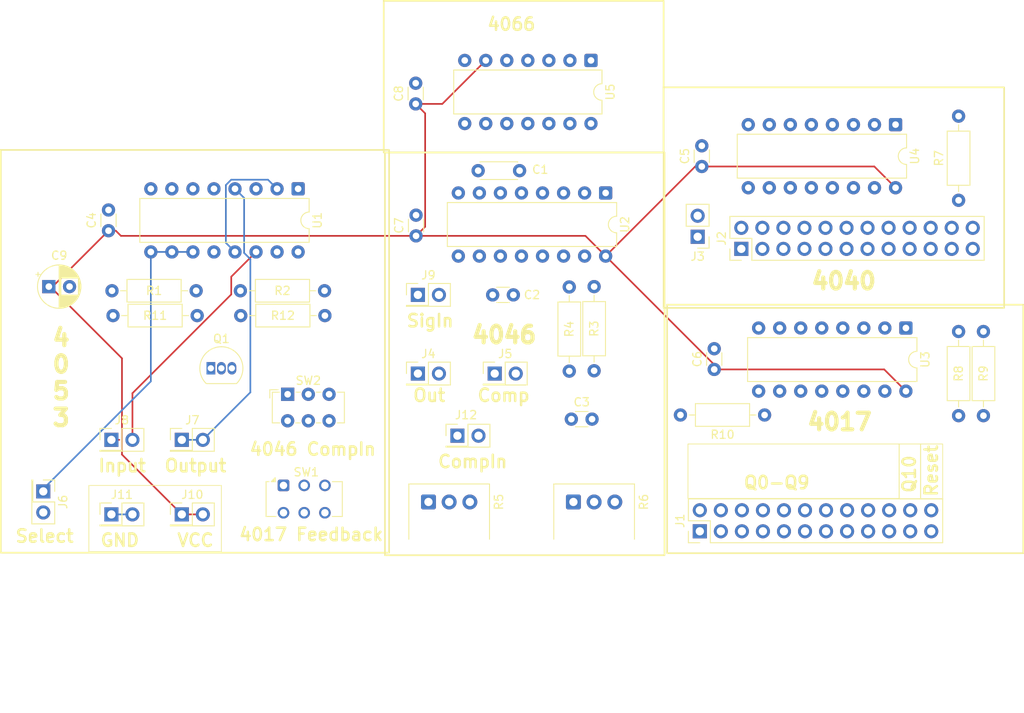
<source format=kicad_pcb>
(kicad_pcb (version 20241229) (generator "pcbnew") (generator_version "9.0")
  (layers (0 "F.Cu" signal) (2 "B.Cu" signal) (13 "F.Paste" user) (15 "B.Paste" user) (5 "F.SilkS" user "F.Silkscreen") (7 "B.SilkS" user "B.Silkscreen") (1 "F.Mask" user) (3 "B.Mask" user) (25 "Edge.Cuts" user))
  (net 0 "")
  (net 1 "Net-(U1-INH)")
  (net 2 "GND")
  (net 3 "Net-(U2-SigIn)")
  (net 4 "Net-(C3-Pad2)")
  (net 5 "/4040/Clock")
  (net 6 "/4040/Reset")
  (net 8 "/4046/SigIn")
  (net 9 "Net-(U2-C2)")
  (net 10 "Net-(U2-C1)")
  (net 11 "/4046/Comp")
  (net 12 "/4053/Select")
  (net 13 "Net-(U2-Inh)")
  (net 14 "Net-(U2-R1)")
  (net 17 "Net-(U2-VCOin)")
  (net 21 "VCC")
  (net 22 "Net-(U2-PC2)")
  (net 23 "/4017/Reset")
  (net 24 "/4017/ClockEnable")
  (net 25 "/4017/Clock")
  (net 26 "/4053/A")
  (net 27 "/4053/C")
  (net 28 "VDD")
  (net 29 "/4053/B")
  (net 30 "/4053/B1")
  (net 31 "/4017/Q1")
  (net 32 "/4017/Q2")
  (net 33 "/4017/Q6")
  (net 34 "/4017/Q7")
  (net 35 "/4017/Q8")
  (net 36 "/4017/Q0")
  (net 37 "/4017/Q5")
  (net 38 "/4017/Q3")
  (net 39 "/4017/Q4")
  (net 40 "/4017/Q10")
  (net 41 "/4017/Q9")
  (net 42 "/4040/Q0")
  (net 43 "/4040/Q11")
  (net 44 "/4040/Q7")
  (net 45 "/4040/Q3")
  (net 46 "/4040/Q9")
  (net 47 "/4040/Q4")
  (net 48 "/4040/Q8")
  (net 49 "/4040/Q5")
  (net 50 "/4040/Q1")
  (net 51 "/4040/Q2")
  (net 52 "/4040/Q6")
  (net 53 "/4040/Q10")
  (net 55 "Net-(Q1-C)")
  (net 56 "/4066/Aen")
  (net 57 "Net-(Q1-B)")
  (net 58 "/4066/B2")
  (net 59 "/4066/Ben")
  (net 60 "/4066/B1")
  (net 61 "/4066/A2")
  (net 62 "/4066/A1")
  (footprint "Capacitor_THT:C_Disc_D4.3mm_W1.9mm_P5.00mm" (layer "F.Cu") (at 151 99.5 180)
    (property "Reference" "C1" (at -2.5 0.125 0) (layer "F.SilkS"))
    (property "Value" "C1")
    (pad "1" thru_hole circle (at 0 0 180) (size 1.6 1.6) (drill 0.8) (layers "*.Cu" "*.Mask") (net 10 "Net-(U2-C1)"))
    (pad "2" thru_hole circle (at 5 0 180) (size 1.6 1.6) (drill 0.8) (layers "*.Cu" "*.Mask") (net 9 "Net-(U2-C2)"))
  )
  (footprint "Connector_PinHeader_2.54mm:PinHeader_2x01_P2.54mm_Vertical" (layer "F.Cu") (at 110.225 141)
    (property "Reference" "J10" (at 1.27 -2.38 0) (layer "F.SilkS"))
    (property "Value" "VCC")
    (pad "1" thru_hole rect (at 0 0) (size 1.7 1.7) (drill 1) (layers "*.Cu" "*.Mask") (net 21 "VCC"))
    (pad "2" thru_hole circle (at 2.54 0) (size 1.7 1.7) (drill 1) (layers "*.Cu" "*.Mask") (net 21 "VCC"))
  )
  (footprint "Package_DIP:DIP-14_W7.62mm" (layer "F.Cu") (at 159.62 86.195 -90)
    (property "Reference" "U5" (at 3.81 -2.33 90) (layer "F.SilkS"))
    (property "Value" "CD4066BE")
    (pad "1" thru_hole roundrect (at 0 0 270) (size 1.6 1.6) (drill 0.8) (layers "*.Cu" "*.Mask") (roundrect_rratio 0.15625) (net 62 "/4066/A1"))
    (pad "2" thru_hole circle (at 0 2.54 270) (size 1.6 1.6) (drill 0.8) (layers "*.Cu" "*.Mask") (net 61 "/4066/A2"))
    (pad "3" thru_hole circle (at 0 5.08 270) (size 1.6 1.6) (drill 0.8) (layers "*.Cu" "*.Mask") (net 58 "/4066/B2"))
    (pad "4" thru_hole circle (at 0 7.62 270) (size 1.6 1.6) (drill 0.8) (layers "*.Cu" "*.Mask") (net 60 "/4066/B1"))
    (pad "5" thru_hole circle (at 0 10.16 270) (size 1.6 1.6) (drill 0.8) (layers "*.Cu" "*.Mask") (net 59 "/4066/Ben"))
    (pad "6" thru_hole circle (at 0 12.7 270) (size 1.6 1.6) (drill 0.8) (layers "*.Cu" "*.Mask") (net 21 "VCC"))
    (pad "7" thru_hole circle (at 0 15.24 270) (size 1.6 1.6) (drill 0.8) (layers "*.Cu" "*.Mask") (net 2 "GND"))
    (pad "8" thru_hole circle (at 7.62 15.24 270) (size 1.6 1.6) (drill 0.8) (layers "*.Cu" "*.Mask") (net 30 "/4053/B1"))
    (pad "9" thru_hole circle (at 7.62 12.7 270) (size 1.6 1.6) (drill 0.8) (layers "*.Cu" "*.Mask") (net 51 "/4040/Q2"))
    (pad "10" thru_hole circle (at 7.62 10.16 270) (size 1.6 1.6) (drill 0.8) (layers "*.Cu" "*.Mask") (net 25 "/4017/Clock"))
    (pad "11" thru_hole circle (at 7.62 7.62 270) (size 1.6 1.6) (drill 0.8) (layers "*.Cu" "*.Mask") (net 5 "/4040/Clock"))
    (pad "12" thru_hole circle (at 7.62 5.08 270) (size 1.6 1.6) (drill 0.8) (layers "*.Cu" "*.Mask") (net 12 "/4053/Select"))
    (pad "13" thru_hole circle (at 7.62 2.54 270) (size 1.6 1.6) (drill 0.8) (layers "*.Cu" "*.Mask") (net 56 "/4066/Aen"))
    (pad "14" thru_hole circle (at 7.62 0 270) (size 1.6 1.6) (drill 0.8) (layers "*.Cu" "*.Mask") (net 28 "VDD"))
  )
  (footprint "Resistor_THT:R_Axial_DIN0207_L6.3mm_D2.5mm_P10.16mm_Horizontal" (layer "F.Cu") (at 117.34 117)
    (property "Reference" "R12" (at 5.08 0 0) (layer "F.SilkS"))
    (property "Value" "100k")
    (pad "1" thru_hole circle (at 0 0) (size 1.6 1.6) (drill 0.8) (layers "*.Cu" "*.Mask") (net 12 "/4053/Select"))
    (pad "2" thru_hole oval (at 10.16 0) (size 1.6 1.6) (drill 0.8) (layers "*.Cu" "*.Mask") (net 57 "Net-(Q1-B)"))
  )
  (footprint "Package_DIP:DIP-16_W7.62mm" (layer "F.Cu") (at 197.64 118.5 -90)
    (property "Reference" "U3" (at 3.81 -2.33 90) (layer "F.SilkS"))
    (property "Value" "4017")
    (pad "1" thru_hole roundrect (at 0 0 270) (size 1.6 1.6) (drill 0.8) (layers "*.Cu" "*.Mask") (roundrect_rratio 0.15625) (net 37 "/4017/Q5"))
    (pad "2" thru_hole circle (at 0 2.54 270) (size 1.6 1.6) (drill 0.8) (layers "*.Cu" "*.Mask") (net 31 "/4017/Q1"))
    (pad "3" thru_hole circle (at 0 5.08 270) (size 1.6 1.6) (drill 0.8) (layers "*.Cu" "*.Mask") (net 36 "/4017/Q0"))
    (pad "4" thru_hole circle (at 0 7.62 270) (size 1.6 1.6) (drill 0.8) (layers "*.Cu" "*.Mask") (net 32 "/4017/Q2"))
    (pad "5" thru_hole circle (at 0 10.16 270) (size 1.6 1.6) (drill 0.8) (layers "*.Cu" "*.Mask") (net 33 "/4017/Q6"))
    (pad "6" thru_hole circle (at 0 12.7 270) (size 1.6 1.6) (drill 0.8) (layers "*.Cu" "*.Mask") (net 34 "/4017/Q7"))
    (pad "7" thru_hole circle (at 0 15.24 270) (size 1.6 1.6) (drill 0.8) (layers "*.Cu" "*.Mask") (net 38 "/4017/Q3"))
    (pad "8" thru_hole circle (at 0 17.78 270) (size 1.6 1.6) (drill 0.8) (layers "*.Cu" "*.Mask"))
    (pad "9" thru_hole circle (at 7.62 17.78 270) (size 1.6 1.6) (drill 0.8) (layers "*.Cu" "*.Mask") (net 35 "/4017/Q8"))
    (pad "10" thru_hole circle (at 7.62 15.24 270) (size 1.6 1.6) (drill 0.8) (layers "*.Cu" "*.Mask") (net 39 "/4017/Q4"))
    (pad "11" thru_hole circle (at 7.62 12.7 270) (size 1.6 1.6) (drill 0.8) (layers "*.Cu" "*.Mask") (net 41 "/4017/Q9"))
    (pad "12" thru_hole circle (at 7.62 10.16 270) (size 1.6 1.6) (drill 0.8) (layers "*.Cu" "*.Mask") (net 40 "/4017/Q10"))
    (pad "13" thru_hole circle (at 7.62 7.62 270) (size 1.6 1.6) (drill 0.8) (layers "*.Cu" "*.Mask") (net 24 "/4017/ClockEnable"))
    (pad "14" thru_hole circle (at 7.62 5.08 270) (size 1.6 1.6) (drill 0.8) (layers "*.Cu" "*.Mask") (net 25 "/4017/Clock"))
    (pad "15" thru_hole circle (at 7.62 2.54 270) (size 1.6 1.6) (drill 0.8) (layers "*.Cu" "*.Mask") (net 23 "/4017/Reset"))
    (pad "16" thru_hole circle (at 7.62 0 270) (size 1.6 1.6) (drill 0.8) (layers "*.Cu" "*.Mask") (net 21 "VCC"))
  )
  (footprint "Resistor_THT:R_Axial_DIN0207_L6.3mm_D2.5mm_P10.16mm_Horizontal" (layer "F.Cu") (at 101.795 114)
    (property "Reference" "R1" (at 5.08 0 0) (layer "F.SilkS"))
    (property "Value" "100K")
    (pad "1" thru_hole circle (at 0 0) (size 1.6 1.6) (drill 0.8) (layers "*.Cu" "*.Mask") (net 1 "Net-(U1-INH)"))
    (pad "2" thru_hole oval (at 10.16 0) (size 1.6 1.6) (drill 0.8) (layers "*.Cu" "*.Mask") (net 2 "GND"))
  )
  (footprint "Resistor_THT:R_Axial_DIN0207_L6.3mm_D2.5mm_P10.16mm_Horizontal" (layer "F.Cu") (at 180.58 129 180)
    (property "Reference" "R10" (at 5.08 -2.37 0) (layer "F.SilkS"))
    (property "Value" "100K")
    (pad "1" thru_hole circle (at 0 0 180) (size 1.6 1.6) (drill 0.8) (layers "*.Cu" "*.Mask") (net 25 "/4017/Clock"))
    (pad "2" thru_hole oval (at 10.16 0 180) (size 1.6 1.6) (drill 0.8) (layers "*.Cu" "*.Mask") (net 2 "GND"))
  )
  (footprint "Resistor_THT:R_Axial_DIN0207_L6.3mm_D2.5mm_P10.16mm_Horizontal" (layer "F.Cu") (at 204 129.08 90)
    (property "Reference" "R8" (at 5.08 0 90) (layer "F.SilkS"))
    (property "Value" "100K")
    (pad "1" thru_hole circle (at 0 0 90) (size 1.6 1.6) (drill 0.8) (layers "*.Cu" "*.Mask") (net 23 "/4017/Reset"))
    (pad "2" thru_hole oval (at 10.16 0 90) (size 1.6 1.6) (drill 0.8) (layers "*.Cu" "*.Mask") (net 2 "GND"))
  )
  (footprint "Connector_PinHeader_2.54mm:PinHeader_2x12_P2.54mm_Vertical" (layer "F.Cu") (at 177.77 108.945 90)
    (property "Reference" "J2" (at 1.27 -2.38 90) (layer "F.SilkS"))
    (property "Value" "4040 Output")
    (pad "1" thru_hole rect (at 0 0 90) (size 1.7 1.7) (drill 1) (layers "*.Cu" "*.Mask") (net 42 "/4040/Q0"))
    (pad "2" thru_hole circle (at 2.54 0 90) (size 1.7 1.7) (drill 1) (layers "*.Cu" "*.Mask") (net 42 "/4040/Q0"))
    (pad "3" thru_hole circle (at 0 2.54 90) (size 1.7 1.7) (drill 1) (layers "*.Cu" "*.Mask") (net 50 "/4040/Q1"))
    (pad "4" thru_hole circle (at 2.54 2.54 90) (size 1.7 1.7) (drill 1) (layers "*.Cu" "*.Mask") (net 50 "/4040/Q1"))
    (pad "5" thru_hole circle (at 0 5.08 90) (size 1.7 1.7) (drill 1) (layers "*.Cu" "*.Mask") (net 51 "/4040/Q2"))
    (pad "6" thru_hole circle (at 2.54 5.08 90) (size 1.7 1.7) (drill 1) (layers "*.Cu" "*.Mask") (net 51 "/4040/Q2"))
    (pad "7" thru_hole circle (at 0 7.62 90) (size 1.7 1.7) (drill 1) (layers "*.Cu" "*.Mask") (net 45 "/4040/Q3"))
    (pad "8" thru_hole circle (at 2.54 7.62 90) (size 1.7 1.7) (drill 1) (layers "*.Cu" "*.Mask") (net 45 "/4040/Q3"))
    (pad "9" thru_hole circle (at 0 10.16 90) (size 1.7 1.7) (drill 1) (layers "*.Cu" "*.Mask") (net 47 "/4040/Q4"))
    (pad "10" thru_hole circle (at 2.54 10.16 90) (size 1.7 1.7) (drill 1) (layers "*.Cu" "*.Mask") (net 47 "/4040/Q4"))
    (pad "11" thru_hole circle (at 0 12.7 90) (size 1.7 1.7) (drill 1) (layers "*.Cu" "*.Mask") (net 49 "/4040/Q5"))
    (pad "12" thru_hole circle (at 2.54 12.7 90) (size 1.7 1.7) (drill 1) (layers "*.Cu" "*.Mask") (net 49 "/4040/Q5"))
    (pad "13" thru_hole circle (at 0 15.24 90) (size 1.7 1.7) (drill 1) (layers "*.Cu" "*.Mask") (net 52 "/4040/Q6"))
    (pad "14" thru_hole circle (at 2.54 15.24 90) (size 1.7 1.7) (drill 1) (layers "*.Cu" "*.Mask") (net 52 "/4040/Q6"))
    (pad "15" thru_hole circle (at 0 17.78 90) (size 1.7 1.7) (drill 1) (layers "*.Cu" "*.Mask") (net 44 "/4040/Q7"))
    (pad "16" thru_hole circle (at 2.54 17.78 90) (size 1.7 1.7) (drill 1) (layers "*.Cu" "*.Mask") (net 44 "/4040/Q7"))
    (pad "17" thru_hole circle (at 0 20.32 90) (size 1.7 1.7) (drill 1) (layers "*.Cu" "*.Mask") (net 48 "/4040/Q8"))
    (pad "18" thru_hole circle (at 2.54 20.32 90) (size 1.7 1.7) (drill 1) (layers "*.Cu" "*.Mask") (net 48 "/4040/Q8"))
    (pad "19" thru_hole circle (at 0 22.86 90) (size 1.7 1.7) (drill 1) (layers "*.Cu" "*.Mask") (net 46 "/4040/Q9"))
    (pad "20" thru_hole circle (at 2.54 22.86 90) (size 1.7 1.7) (drill 1) (layers "*.Cu" "*.Mask") (net 46 "/4040/Q9"))
    (pad "21" thru_hole circle (at 0 25.4 90) (size 1.7 1.7) (drill 1) (layers "*.Cu" "*.Mask") (net 53 "/4040/Q10"))
    (pad "22" thru_hole circle (at 2.54 25.4 90) (size 1.7 1.7) (drill 1) (layers "*.Cu" "*.Mask") (net 53 "/4040/Q10"))
    (pad "23" thru_hole circle (at 0 27.94 90) (size 1.7 1.7) (drill 1) (layers "*.Cu" "*.Mask") (net 43 "/4040/Q11"))
    (pad "24" thru_hole circle (at 2.54 27.94 90) (size 1.7 1.7) (drill 1) (layers "*.Cu" "*.Mask") (net 43 "/4040/Q11"))
  )
  (footprint "Capacitor_THT:C_Disc_D3.0mm_W1.6mm_P2.50mm" (layer "F.Cu") (at 147.75 114.5)
    (property "Reference" "C2" (at 4.75 0 0) (layer "F.SilkS"))
    (property "Value" "1uF")
    (pad "1" thru_hole circle (at 0 0) (size 1.6 1.6) (drill 0.8) (layers "*.Cu" "*.Mask") (net 3 "Net-(U2-SigIn)"))
    (pad "2" thru_hole circle (at 2.5 0) (size 1.6 1.6) (drill 0.8) (layers "*.Cu" "*.Mask") (net 8 "/4046/SigIn"))
  )
  (footprint "Resistor_THT:R_Axial_DIN0207_L6.3mm_D2.5mm_P10.16mm_Horizontal" (layer "F.Cu") (at 204 103.08 90)
    (property "Reference" "R7" (at 5.08 -2.37 90) (layer "F.SilkS"))
    (property "Value" "100K")
    (pad "1" thru_hole circle (at 0 0 90) (size 1.6 1.6) (drill 0.8) (layers "*.Cu" "*.Mask") (net 6 "/4040/Reset"))
    (pad "2" thru_hole oval (at 10.16 0 90) (size 1.6 1.6) (drill 0.8) (layers "*.Cu" "*.Mask") (net 2 "GND"))
  )
  (footprint "Potentiometer_THT:Potentiometer_Alps_RK097_Single_Horizontal" (layer "F.Cu") (at 157.5 139.5 90)
    (property "Reference" "R6" (at 0 8.5 270) (layer "F.SilkS"))
    (property "Value" "R6")
    (pad "1" thru_hole roundrect (at 0 0 270) (size 1.8 1.8) (drill 1) (layers "*.Cu" "*.Mask") (roundrect_rratio 0.1388888889) (net 17 "Net-(U2-VCOin)"))
    (pad "2" thru_hole circle (at 0 2.5 270) (size 1.8 1.8) (drill 1) (layers "*.Cu" "*.Mask") (net 4 "Net-(C3-Pad2)"))
    (pad "3" thru_hole circle (at 0 5 270) (size 1.8 1.8) (drill 1) (layers "*.Cu" "*.Mask") (net 4 "Net-(C3-Pad2)"))
  )
  (footprint "Connector_PinHeader_2.54mm:PinHeader_2x01_P2.54mm_Vertical" (layer "F.Cu") (at 148 124)
    (property "Reference" "J5" (at 1.27 -2.38 0) (layer "F.SilkS"))
    (property "Value" "4046 Comp")
    (pad "1" thru_hole rect (at 0 0) (size 1.7 1.7) (drill 1) (layers "*.Cu" "*.Mask") (net 11 "/4046/Comp"))
    (pad "2" thru_hole circle (at 2.54 0) (size 1.7 1.7) (drill 1) (layers "*.Cu" "*.Mask") (net 11 "/4046/Comp"))
  )
  (footprint "Package_DIP:DIP-16_W7.62mm" (layer "F.Cu") (at 161.39 102.195 -90)
    (property "Reference" "U2" (at 3.81 -2.33 90) (layer "F.SilkS"))
    (property "Value" "4046")
    (pad "1" thru_hole roundrect (at 0 0 270) (size 1.6 1.6) (drill 0.8) (layers "*.Cu" "*.Mask") (roundrect_rratio 0.15625))
    (pad "2" thru_hole circle (at 0 2.54 270) (size 1.6 1.6) (drill 0.8) (layers "*.Cu" "*.Mask"))
    (pad "3" thru_hole circle (at 0 5.08 270) (size 1.6 1.6) (drill 0.8) (layers "*.Cu" "*.Mask") (net 11 "/4046/Comp"))
    (pad "4" thru_hole circle (at 0 7.62 270) (size 1.6 1.6) (drill 0.8) (layers "*.Cu" "*.Mask") (net 5 "/4040/Clock"))
    (pad "5" thru_hole circle (at 0 10.16 270) (size 1.6 1.6) (drill 0.8) (layers "*.Cu" "*.Mask") (net 13 "Net-(U2-Inh)"))
    (pad "6" thru_hole circle (at 0 12.7 270) (size 1.6 1.6) (drill 0.8) (layers "*.Cu" "*.Mask") (net 10 "Net-(U2-C1)"))
    (pad "7" thru_hole circle (at 0 15.24 270) (size 1.6 1.6) (drill 0.8) (layers "*.Cu" "*.Mask") (net 9 "Net-(U2-C2)"))
    (pad "8" thru_hole circle (at 0 17.78 270) (size 1.6 1.6) (drill 0.8) (layers "*.Cu" "*.Mask") (net 2 "GND"))
    (pad "9" thru_hole circle (at 7.62 17.78 270) (size 1.6 1.6) (drill 0.8) (layers "*.Cu" "*.Mask") (net 17 "Net-(U2-VCOin)"))
    (pad "10" thru_hole circle (at 7.62 15.24 270) (size 1.6 1.6) (drill 0.8) (layers "*.Cu" "*.Mask"))
    (pad "11" thru_hole circle (at 7.62 12.7 270) (size 1.6 1.6) (drill 0.8) (layers "*.Cu" "*.Mask") (net 14 "Net-(U2-R1)"))
    (pad "12" thru_hole circle (at 7.62 10.16 270) (size 1.6 1.6) (drill 0.8) (layers "*.Cu" "*.Mask"))
    (pad "13" thru_hole circle (at 7.62 7.62 270) (size 1.6 1.6) (drill 0.8) (layers "*.Cu" "*.Mask") (net 22 "Net-(U2-PC2)"))
    (pad "14" thru_hole circle (at 7.62 5.08 270) (size 1.6 1.6) (drill 0.8) (layers "*.Cu" "*.Mask") (net 3 "Net-(U2-SigIn)"))
    (pad "15" thru_hole circle (at 7.62 2.54 270) (size 1.6 1.6) (drill 0.8) (layers "*.Cu" "*.Mask"))
    (pad "16" thru_hole circle (at 7.62 0 270) (size 1.6 1.6) (drill 0.8) (layers "*.Cu" "*.Mask") (net 21 "VCC"))
  )
  (footprint "Package_DIP:DIP-16_W7.62mm" (layer "F.Cu") (at 124.265 101.695 -90)
    (property "Reference" "U1" (at 3.81 -2.33 90) (layer "F.SilkS"))
    (property "Value" "CD4053B")
    (pad "1" thru_hole roundrect (at 0 0 270) (size 1.6 1.6) (drill 0.8) (layers "*.Cu" "*.Mask") (roundrect_rratio 0.15625) (net 30 "/4053/B1"))
    (pad "2" thru_hole circle (at 0 2.54 270) (size 1.6 1.6) (drill 0.8) (layers "*.Cu" "*.Mask") (net 8 "/4046/SigIn"))
    (pad "3" thru_hole circle (at 0 5.08 270) (size 1.6 1.6) (drill 0.8) (layers "*.Cu" "*.Mask") (net 51 "/4040/Q2"))
    (pad "4" thru_hole circle (at 0 7.62 270) (size 1.6 1.6) (drill 0.8) (layers "*.Cu" "*.Mask") (net 27 "/4053/C"))
    (pad "5" thru_hole circle (at 0 10.16 270) (size 1.6 1.6) (drill 0.8) (layers "*.Cu" "*.Mask") (net 5 "/4040/Clock"))
    (pad "6" thru_hole circle (at 0 12.7 270) (size 1.6 1.6) (drill 0.8) (layers "*.Cu" "*.Mask") (net 1 "Net-(U1-INH)"))
    (pad "7" thru_hole circle (at 0 15.24 270) (size 1.6 1.6) (drill 0.8) (layers "*.Cu" "*.Mask") (net 2 "GND"))
    (pad "8" thru_hole circle (at 0 17.78 270) (size 1.6 1.6) (drill 0.8) (layers "*.Cu" "*.Mask") (net 2 "GND"))
    (pad "9" thru_hole circle (at 7.62 17.78 270) (size 1.6 1.6) (drill 0.8) (layers "*.Cu" "*.Mask") (net 12 "/4053/Select"))
    (pad "10" thru_hole circle (at 7.62 15.24 270) (size 1.6 1.6) (drill 0.8) (layers "*.Cu" "*.Mask") (net 12 "/4053/Select"))
    (pad "11" thru_hole circle (at 7.62 12.7 270) (size 1.6 1.6) (drill 0.8) (layers "*.Cu" "*.Mask") (net 12 "/4053/Select"))
    (pad "12" thru_hole circle (at 7.62 10.16 270) (size 1.6 1.6) (drill 0.8) (layers "*.Cu" "*.Mask") (net 25 "/4017/Clock"))
    (pad "13" thru_hole circle (at 7.62 7.62 270) (size 1.6 1.6) (drill 0.8) (layers "*.Cu" "*.Mask") (net 8 "/4046/SigIn"))
    (pad "14" thru_hole circle (at 7.62 5.08 270) (size 1.6 1.6) (drill 0.8) (layers "*.Cu" "*.Mask") (net 26 "/4053/A"))
    (pad "15" thru_hole circle (at 7.62 2.54 270) (size 1.6 1.6) (drill 0.8) (layers "*.Cu" "*.Mask") (net 29 "/4053/B"))
    (pad "16" thru_hole circle (at 7.62 0 270) (size 1.6 1.6) (drill 0.8) (layers "*.Cu" "*.Mask") (net 28 "VDD"))
  )
  (footprint "Capacitor_THT:C_Disc_D3.0mm_W1.6mm_P2.50mm" (layer "F.Cu") (at 138.46 91.445 90)
    (property "Reference" "C8" (at 1.25 -2.05 90) (layer "F.SilkS"))
    (property "Value" "100nF")
    (pad "1" thru_hole circle (at 0 0 90) (size 1.6 1.6) (drill 0.8) (layers "*.Cu" "*.Mask") (net 21 "VCC"))
    (pad "2" thru_hole circle (at 2.5 0 90) (size 1.6 1.6) (drill 0.8) (layers "*.Cu" "*.Mask") (net 2 "GND"))
  )
  (footprint "Connector_PinHeader_2.54mm:PinHeader_2x01_P2.54mm_Vertical" (layer "F.Cu") (at 110.225 132)
    (property "Reference" "J7" (at 1.27 -2.38 0) (layer "F.SilkS"))
    (property "Value" "Output")
    (pad "1" thru_hole rect (at 0 0) (size 1.7 1.7) (drill 1) (layers "*.Cu" "*.Mask") (net 27 "/4053/C"))
    (pad "2" thru_hole circle (at 2.54 0) (size 1.7 1.7) (drill 1) (layers "*.Cu" "*.Mask") (net 27 "/4053/C"))
  )
  (footprint "Capacitor_THT:C_Disc_D3.0mm_W1.6mm_P2.50mm" (layer "F.Cu") (at 101.375 106.75 90)
    (property "Reference" "C4" (at 1.25 -2.05 90) (layer "F.SilkS"))
    (property "Value" "100nF")
    (pad "1" thru_hole circle (at 0 0 90) (size 1.6 1.6) (drill 0.8) (layers "*.Cu" "*.Mask") (net 21 "VCC"))
    (pad "2" thru_hole circle (at 2.5 0 90) (size 1.6 1.6) (drill 0.8) (layers "*.Cu" "*.Mask") (net 2 "GND"))
  )
  (footprint "Button_Switch_THT:SW_E-Switch_EG1271_SPDT" (layer "F.Cu") (at 123 126.5)
    (property "Reference" "SW2" (at 2.5 -1.65 0) (layer "F.SilkS"))
    (property "Value" "4046 CompIn")
    (pad "1" thru_hole rect (at 0 0) (size 1.6 1.6) (drill 0.8) (layers "*.Cu" "*.Mask") (net 30 "/4053/B1"))
    (pad "2" thru_hole circle (at 2.5 0) (size 1.6 1.6) (drill 0.8) (layers "*.Cu" "*.Mask") (net 11 "/4046/Comp"))
    (pad "3" thru_hole circle (at 5 0) (size 1.6 1.6) (drill 0.8) (layers "*.Cu" "*.Mask"))
    (pad "4" thru_hole circle (at 0 3.2) (size 1.6 1.6) (drill 0.8) (layers "*.Cu" "*.Mask"))
    (pad "5" thru_hole circle (at 2.5 3.2) (size 1.6 1.6) (drill 0.8) (layers "*.Cu" "*.Mask"))
    (pad "6" thru_hole circle (at 5 3.2) (size 1.6 1.6) (drill 0.8) (layers "*.Cu" "*.Mask"))
  )
  (footprint "Connector_PinHeader_2.54mm:PinHeader_2x01_P2.54mm_Vertical" (layer "F.Cu") (at 138.725 114.5)
    (property "Reference" "J9" (at 1.27 -2.38 0) (layer "F.SilkS"))
    (property "Value" "4046 SigIn")
    (pad "1" thru_hole rect (at 0 0) (size 1.7 1.7) (drill 1) (layers "*.Cu" "*.Mask") (net 8 "/4046/SigIn"))
    (pad "2" thru_hole circle (at 2.54 0) (size 1.7 1.7) (drill 1) (layers "*.Cu" "*.Mask") (net 8 "/4046/SigIn"))
  )
  (footprint "Connector_PinHeader_2.54mm:PinHeader_1x02_P2.54mm_Vertical" (layer "F.Cu") (at 172.5 107.485 180)
    (property "Reference" "J3" (at 0 -2.38 0) (layer "F.SilkS"))
    (property "Value" "4040 Input")
    (pad "1" thru_hole rect (at 0 0 180) (size 1.7 1.7) (drill 1) (layers "*.Cu" "*.Mask") (net 5 "/4040/Clock"))
    (pad "2" thru_hole circle (at 0 2.54 180) (size 1.7 1.7) (drill 1) (layers "*.Cu" "*.Mask") (net 6 "/4040/Reset"))
  )
  (footprint "Resistor_THT:R_Axial_DIN0207_L6.3mm_D2.5mm_P10.16mm_Horizontal" (layer "F.Cu") (at 117.295 114)
    (property "Reference" "R2" (at 5.08 0 0) (layer "F.SilkS"))
    (property "Value" "100K")
    (pad "1" thru_hole circle (at 0 0) (size 1.6 1.6) (drill 0.8) (layers "*.Cu" "*.Mask") (net 12 "/4053/Select"))
    (pad "2" thru_hole oval (at 10.16 0) (size 1.6 1.6) (drill 0.8) (layers "*.Cu" "*.Mask") (net 2 "GND"))
  )
  (footprint "Capacitor_THT:C_Disc_D3.0mm_W1.6mm_P2.50mm" (layer "F.Cu") (at 174.5 123.5 90)
    (property "Reference" "C6" (at 1.25 -2.05 90) (layer "F.SilkS"))
    (property "Value" "100nF")
    (pad "1" thru_hole circle (at 0 0 90) (size 1.6 1.6) (drill 0.8) (layers "*.Cu" "*.Mask") (net 21 "VCC"))
    (pad "2" thru_hole circle (at 2.5 0 90) (size 1.6 1.6) (drill 0.8) (layers "*.Cu" "*.Mask") (net 2 "GND"))
  )
  (footprint "Resistor_THT:R_Axial_DIN0207_L6.3mm_D2.5mm_P10.16mm_Horizontal" (layer "F.Cu") (at 207 129.08 90)
    (property "Reference" "R9" (at 5.08 0 90) (layer "F.SilkS"))
    (property "Value" "100K")
    (pad "1" thru_hole circle (at 0 0 90) (size 1.6 1.6) (drill 0.8) (layers "*.Cu" "*.Mask") (net 24 "/4017/ClockEnable"))
    (pad "2" thru_hole oval (at 10.16 0 90) (size 1.6 1.6) (drill 0.8) (layers "*.Cu" "*.Mask") (net 2 "GND"))
  )
  (footprint "Connector_PinHeader_2.54mm:PinHeader_2x01_P2.54mm_Vertical" (layer "F.Cu") (at 101.725 141)
    (property "Reference" "J11" (at 1.27 -2.38 0) (layer "F.SilkS"))
    (property "Value" "GND")
    (pad "1" thru_hole rect (at 0 0) (size 1.7 1.7) (drill 1) (layers "*.Cu" "*.Mask") (net 2 "GND"))
    (pad "2" thru_hole circle (at 2.54 0) (size 1.7 1.7) (drill 1) (layers "*.Cu" "*.Mask") (net 2 "GND"))
  )
  (footprint "Package_DIP:DIP-16_W7.62mm" (layer "F.Cu") (at 196.39 93.945 -90)
    (property "Reference" "U4" (at 3.81 -2.33 90) (layer "F.SilkS"))
    (property "Value" "4040")
    (pad "1" thru_hole roundrect (at 0 0 270) (size 1.6 1.6) (drill 0.8) (layers "*.Cu" "*.Mask") (roundrect_rratio 0.15625) (net 43 "/4040/Q11"))
    (pad "2" thru_hole circle (at 0 2.54 270) (size 1.6 1.6) (drill 0.8) (layers "*.Cu" "*.Mask") (net 49 "/4040/Q5"))
    (pad "3" thru_hole circle (at 0 5.08 270) (size 1.6 1.6) (drill 0.8) (layers "*.Cu" "*.Mask") (net 47 "/4040/Q4"))
    (pad "4" thru_hole circle (at 0 7.62 270) (size 1.6 1.6) (drill 0.8) (layers "*.Cu" "*.Mask") (net 52 "/4040/Q6"))
    (pad "5" thru_hole circle (at 0 10.16 270) (size 1.6 1.6) (drill 0.8) (layers "*.Cu" "*.Mask") (net 45 "/4040/Q3"))
    (pad "6" thru_hole circle (at 0 12.7 270) (size 1.6 1.6) (drill 0.8) (layers "*.Cu" "*.Mask") (net 51 "/4040/Q2"))
    (pad "7" thru_hole circle (at 0 15.24 270) (size 1.6 1.6) (drill 0.8) (layers "*.Cu" "*.Mask") (net 50 "/4040/Q1"))
    (pad "8" thru_hole circle (at 0 17.78 270) (size 1.6 1.6) (drill 0.8) (layers "*.Cu" "*.Mask") (net 2 "GND"))
    (pad "9" thru_hole circle (at 7.62 17.78 270) (size 1.6 1.6) (drill 0.8) (layers "*.Cu" "*.Mask") (net 42 "/4040/Q0"))
    (pad "10" thru_hole circle (at 7.62 15.24 270) (size 1.6 1.6) (drill 0.8) (layers "*.Cu" "*.Mask") (net 5 "/4040/Clock"))
    (pad "11" thru_hole circle (at 7.62 12.7 270) (size 1.6 1.6) (drill 0.8) (layers "*.Cu" "*.Mask") (net 6 "/4040/Reset"))
    (pad "12" thru_hole circle (at 7.62 10.16 270) (size 1.6 1.6) (drill 0.8) (layers "*.Cu" "*.Mask") (net 48 "/4040/Q8"))
    (pad "13" thru_hole circle (at 7.62 7.62 270) (size 1.6 1.6) (drill 0.8) (layers "*.Cu" "*.Mask") (net 44 "/4040/Q7"))
    (pad "14" thru_hole circle (at 7.62 5.08 270) (size 1.6 1.6) (drill 0.8) (layers "*.Cu" "*.Mask") (net 46 "/4040/Q9"))
    (pad "15" thru_hole circle (at 7.62 2.54 270) (size 1.6 1.6) (drill 0.8) (layers "*.Cu" "*.Mask") (net 53 "/4040/Q10"))
    (pad "16" thru_hole circle (at 7.62 0 270) (size 1.6 1.6) (drill 0.8) (layers "*.Cu" "*.Mask") (net 21 "VCC"))
  )
  (footprint "Connector_PinHeader_2.54mm:PinHeader_2x01_P2.54mm_Vertical" (layer "F.Cu") (at 93.5 138.225 -90)
    (property "Reference" "J6" (at 1.27 -2.38 90) (layer "F.SilkS"))
    (property "Value" "Select")
    (pad "1" thru_hole rect (at 0 0 270) (size 1.7 1.7) (drill 1) (layers "*.Cu" "*.Mask") (net 12 "/4053/Select"))
    (pad "2" thru_hole circle (at 2.54 0 270) (size 1.7 1.7) (drill 1) (layers "*.Cu" "*.Mask") (net 12 "/4053/Select"))
  )
  (footprint "Button_Switch_THT:SW_CK_JS202011CQN_DPDT_Straight" (layer "F.Cu") (at 122.5 137.5)
    (property "Reference" "SW1" (at 2.75 -1.6 0) (layer "F.SilkS"))
    (property "Value" "4017 Feedback")
    (pad "1" thru_hole roundrect (at 0 0) (size 1.4 1.4) (drill 0.9) (layers "*.Cu" "*.Mask") (roundrect_rratio 0.1785714286) (net 23 "/4017/Reset"))
    (pad "2" thru_hole circle (at 2.5 0) (size 1.4 1.4) (drill 0.9) (layers "*.Cu" "*.Mask") (net 29 "/4053/B"))
    (pad "3" thru_hole circle (at 5 0) (size 1.4 1.4) (drill 0.9) (layers "*.Cu" "*.Mask") (net 36 "/4017/Q0"))
    (pad "4" thru_hole circle (at 5 3.3) (size 1.4 1.4) (drill 0.9) (layers "*.Cu" "*.Mask"))
    (pad "5" thru_hole circle (at 2.5 3.3) (size 1.4 1.4) (drill 0.9) (layers "*.Cu" "*.Mask"))
    (pad "6" thru_hole circle (at 0 3.3) (size 1.4 1.4) (drill 0.9) (layers "*.Cu" "*.Mask"))
  )
  (footprint "Potentiometer_THT:Potentiometer_Alps_RK097_Single_Horizontal" (layer "F.Cu") (at 140 139.5 90)
    (property "Reference" "R5" (at 0 8.5 270) (layer "F.SilkS"))
    (property "Value" "R5")
    (pad "1" thru_hole roundrect (at 0 0 270) (size 1.8 1.8) (drill 1) (layers "*.Cu" "*.Mask") (roundrect_rratio 0.1388888889) (net 22 "Net-(U2-PC2)"))
    (pad "2" thru_hole circle (at 0 2.5 270) (size 1.8 1.8) (drill 1) (layers "*.Cu" "*.Mask") (net 17 "Net-(U2-VCOin)"))
    (pad "3" thru_hole circle (at 0 5 270) (size 1.8 1.8) (drill 1) (layers "*.Cu" "*.Mask") (net 17 "Net-(U2-VCOin)"))
  )
  (footprint "Resistor_THT:R_Axial_DIN0207_L6.3mm_D2.5mm_P10.16mm_Horizontal" (layer "F.Cu") (at 101.92 117)
    (property "Reference" "R11" (at 5.08 0 0) (layer "F.SilkS"))
    (property "Value" "10k")
    (pad "1" thru_hole circle (at 0 0) (size 1.6 1.6) (drill 0.8) (layers "*.Cu" "*.Mask") (net 21 "VCC"))
    (pad "2" thru_hole oval (at 10.16 0) (size 1.6 1.6) (drill 0.8) (layers "*.Cu" "*.Mask") (net 55 "Net-(Q1-C)"))
  )
  (footprint "Connector_PinHeader_2.54mm:PinHeader_2x01_P2.54mm_Vertical" (layer "F.Cu") (at 143.5 131.5)
    (property "Reference" "J12" (at 1.04 -2.5 0) (layer "F.SilkS"))
    (property "Value" "4046 Comp In")
    (pad "1" thru_hole rect (at 0 0) (size 1.7 1.7) (drill 1) (layers "*.Cu" "*.Mask") (net 30 "/4053/B1"))
    (pad "2" thru_hole circle (at 2.54 0) (size 1.7 1.7) (drill 1) (layers "*.Cu" "*.Mask") (net 30 "/4053/B1"))
  )
  (footprint "Package_TO_SOT_THT:TO-92_Inline" (layer "F.Cu") (at 113.73 123.36)
    (property "Reference" "Q1" (at 1.27 -3.56 0) (layer "F.SilkS"))
    (property "Value" "2N3904")
    (pad "1" thru_hole rect (at 0 0) (size 1.05 1.5) (drill 0.75) (layers "*.Cu" "*.Mask") (net 2 "GND"))
    (pad "2" thru_hole oval (at 1.27 0) (size 1.05 1.5) (drill 0.75) (layers "*.Cu" "*.Mask") (net 57 "Net-(Q1-B)"))
    (pad "3" thru_hole oval (at 2.54 0) (size 1.05 1.5) (drill 0.75) (layers "*.Cu" "*.Mask") (net 55 "Net-(Q1-C)"))
  )
  (footprint "Connector_PinHeader_2.54mm:PinHeader_2x01_P2.54mm_Vertical" (layer "F.Cu") (at 138.725 124)
    (property "Reference" "J4" (at 1.27 -2.38 0) (layer "F.SilkS"))
    (property "Value" "4046 Out")
    (pad "1" thru_hole rect (at 0 0) (size 1.7 1.7) (drill 1) (layers "*.Cu" "*.Mask") (net 5 "/4040/Clock"))
    (pad "2" thru_hole circle (at 2.54 0) (size 1.7 1.7) (drill 1) (layers "*.Cu" "*.Mask") (net 5 "/4040/Clock"))
  )
  (footprint "Resistor_THT:R_Axial_DIN0207_L6.3mm_D2.5mm_P10.16mm_Horizontal" (layer "F.Cu") (at 160 113.5 -90)
    (property "Reference" "R3" (at 5.08 0 270) (layer "F.SilkS"))
    (property "Value" "100K")
    (pad "1" thru_hole circle (at 0 0 270) (size 1.6 1.6) (drill 0.8) (layers "*.Cu" "*.Mask") (net 13 "Net-(U2-Inh)"))
    (pad "2" thru_hole oval (at 10.16 0 270) (size 1.6 1.6) (drill 0.8) (layers "*.Cu" "*.Mask") (net 2 "GND"))
  )
  (footprint "Capacitor_THT:CP_Radial_D5.0mm_P2.50mm" (layer "F.Cu") (at 94.1699 113.5)
    (property "Reference" "C9" (at 1.25 -3.75 0) (layer "F.SilkS"))
    (property "Value" "10uF")
    (pad "1" thru_hole rect (at 0 0) (size 1.6 1.6) (drill 0.8) (layers "*.Cu" "*.Mask") (net 21 "VCC"))
    (pad "2" thru_hole circle (at 2.5 0) (size 1.6 1.6) (drill 0.8) (layers "*.Cu" "*.Mask") (net 2 "GND"))
  )
  (footprint "Capacitor_THT:C_Disc_D3.0mm_W1.6mm_P2.50mm" (layer "F.Cu") (at 138.5 107.375 90)
    (property "Reference" "C7" (at 1.25 -2.05 90) (layer "F.SilkS"))
    (property "Value" "100nF")
    (pad "1" thru_hole circle (at 0 0 90) (size 1.6 1.6) (drill 0.8) (layers "*.Cu" "*.Mask") (net 21 "VCC"))
    (pad "2" thru_hole circle (at 2.5 0 90) (size 1.6 1.6) (drill 0.8) (layers "*.Cu" "*.Mask") (net 2 "GND"))
  )
  (footprint "Capacitor_THT:C_Disc_D3.0mm_W1.6mm_P2.50mm" (layer "F.Cu") (at 157.25 129.5)
    (property "Reference" "C3" (at 1.25 -2.05 0) (layer "F.SilkS"))
    (property "Value" "1uF")
    (pad "1" thru_hole circle (at 0 0) (size 1.6 1.6) (drill 0.8) (layers "*.Cu" "*.Mask") (net 2 "GND"))
    (pad "2" thru_hole circle (at 2.5 0) (size 1.6 1.6) (drill 0.8) (layers "*.Cu" "*.Mask") (net 4 "Net-(C3-Pad2)"))
  )
  (footprint "Connector_PinHeader_2.54mm:PinHeader_2x01_P2.54mm_Vertical" (layer "F.Cu") (at 101.725 132)
    (property "Reference" "J8" (at 1.27 -2.38 0) (layer "F.SilkS"))
    (property "Value" "Input")
    (pad "1" thru_hole rect (at 0 0) (size 1.7 1.7) (drill 1) (layers "*.Cu" "*.Mask") (net 26 "/4053/A"))
    (pad "2" thru_hole circle (at 2.54 0) (size 1.7 1.7) (drill 1) (layers "*.Cu" "*.Mask") (net 26 "/4053/A"))
  )
  (footprint "Capacitor_THT:C_Disc_D3.0mm_W1.6mm_P2.50mm" (layer "F.Cu") (at 173 99 90)
    (property "Reference" "C5" (at 1.25 -2.05 90) (layer "F.SilkS"))
    (property "Value" "100nF")
    (pad "1" thru_hole circle (at 0 0 90) (size 1.6 1.6) (drill 0.8) (layers "*.Cu" "*.Mask") (net 21 "VCC"))
    (pad "2" thru_hole circle (at 2.5 0 90) (size 1.6 1.6) (drill 0.8) (layers "*.Cu" "*.Mask") (net 2 "GND"))
  )
  (footprint "Resistor_THT:R_Axial_DIN0207_L6.3mm_D2.5mm_P10.16mm_Horizontal" (layer "F.Cu") (at 157 113.545 -90)
    (property "Reference" "R4" (at 5.08 0 90) (layer "F.SilkS"))
    (property "Value" "100K")
    (pad "1" thru_hole circle (at 0 0 270) (size 1.6 1.6) (drill 0.8) (layers "*.Cu" "*.Mask") (net 14 "Net-(U2-R1)"))
    (pad "2" thru_hole oval (at 10.16 0 270) (size 1.6 1.6) (drill 0.8) (layers "*.Cu" "*.Mask") (net 2 "GND"))
  )
  (footprint "Connector_PinHeader_2.54mm:PinHeader_2x12_P2.54mm_Vertical" (layer "F.Cu") (at 172.76 143.04 90)
    (property "Reference" "J1" (at 1.27 -2.38 90) (layer "F.SilkS"))
    (property "Value" "4017 Pins")
    (pad "1" thru_hole rect (at 0 0 90) (size 1.7 1.7) (drill 1) (layers "*.Cu" "*.Mask") (net 36 "/4017/Q0"))
    (pad "2" thru_hole circle (at 2.54 0 90) (size 1.7 1.7) (drill 1) (layers "*.Cu" "*.Mask") (net 36 "/4017/Q0"))
    (pad "3" thru_hole circle (at 0 2.54 90) (size 1.7 1.7) (drill 1) (layers "*.Cu" "*.Mask") (net 31 "/4017/Q1"))
    (pad "4" thru_hole circle (at 2.54 2.54 90) (size 1.7 1.7) (drill 1) (layers "*.Cu" "*.Mask") (net 31 "/4017/Q1"))
    (pad "5" thru_hole circle (at 0 5.08 90) (size 1.7 1.7) (drill 1) (layers "*.Cu" "*.Mask") (net 32 "/4017/Q2"))
    (pad "6" thru_hole circle (at 2.54 5.08 90) (size 1.7 1.7) (drill 1) (layers "*.Cu" "*.Mask") (net 32 "/4017/Q2"))
    (pad "7" thru_hole circle (at 0 7.62 90) (size 1.7 1.7) (drill 1) (layers "*.Cu" "*.Mask") (net 38 "/4017/Q3"))
    (pad "8" thru_hole circle (at 2.54 7.62 90) (size 1.7 1.7) (drill 1) (layers "*.Cu" "*.Mask") (net 38 "/4017/Q3"))
    (pad "9" thru_hole circle (at 0 10.16 90) (size 1.7 1.7) (drill 1) (layers "*.Cu" "*.Mask") (net 39 "/4017/Q4"))
    (pad "10" thru_hole circle (at 2.54 10.16 90) (size 1.7 1.7) (drill 1) (layers "*.Cu" "*.Mask") (net 39 "/4017/Q4"))
    (pad "11" thru_hole circle (at 0 12.7 90) (size 1.7 1.7) (drill 1) (layers "*.Cu" "*.Mask") (net 37 "/4017/Q5"))
    (pad "12" thru_hole circle (at 2.54 12.7 90) (size 1.7 1.7) (drill 1) (layers "*.Cu" "*.Mask") (net 37 "/4017/Q5"))
    (pad "13" thru_hole circle (at 0 15.24 90) (size 1.7 1.7) (drill 1) (layers "*.Cu" "*.Mask") (net 33 "/4017/Q6"))
    (pad "14" thru_hole circle (at 2.54 15.24 90) (size 1.7 1.7) (drill 1) (layers "*.Cu" "*.Mask") (net 33 "/4017/Q6"))
    (pad "15" thru_hole circle (at 0 17.78 90) (size 1.7 1.7) (drill 1) (layers "*.Cu" "*.Mask") (net 34 "/4017/Q7"))
    (pad "16" thru_hole circle (at 2.54 17.78 90) (size 1.7 1.7) (drill 1) (layers "*.Cu" "*.Mask") (net 34 "/4017/Q7"))
    (pad "17" thru_hole circle (at 0 20.32 90) (size 1.7 1.7) (drill 1) (layers "*.Cu" "*.Mask") (net 35 "/4017/Q8"))
    (pad "18" thru_hole circle (at 2.54 20.32 90) (size 1.7 1.7) (drill 1) (layers "*.Cu" "*.Mask") (net 35 "/4017/Q8"))
    (pad "19" thru_hole circle (at 0 22.86 90) (size 1.7 1.7) (drill 1) (layers "*.Cu" "*.Mask") (net 41 "/4017/Q9"))
    (pad "20" thru_hole circle (at 2.54 22.86 90) (size 1.7 1.7) (drill 1) (layers "*.Cu" "*.Mask") (net 41 "/4017/Q9"))
    (pad "21" thru_hole circle (at 0 25.4 90) (size 1.7 1.7) (drill 1) (layers "*.Cu" "*.Mask") (net 40 "/4017/Q10"))
    (pad "22" thru_hole circle (at 2.54 25.4 90) (size 1.7 1.7) (drill 1) (layers "*.Cu" "*.Mask") (net 40 "/4017/Q10"))
    (pad "23" thru_hole circle (at 0 27.94 90) (size 1.7 1.7) (drill 1) (layers "*.Cu" "*.Mask") (net 23 "/4017/Reset"))
    (pad "24" thru_hole circle (at 2.54 27.94 90) (size 1.7 1.7) (drill 1) (layers "*.Cu" "*.Mask") (net 23 "/4017/Reset"))
  )
  (gr_rect (start 134.75 97.305) (end 168.5 145.93) (stroke (width 0.2)) (fill no) (layer "F.SilkS"))
  (gr_rect (start 168.81 115.685) (end 211.81 145.685) (stroke (width 0.2)) (fill no) (layer "F.SilkS"))
  (gr_rect (start 88.375 97) (end 135.25 145.625) (stroke (width 0.2)) (fill no) (layer "F.SilkS"))
  (gr_rect (start 199.42 132.5) (end 202.08 139.12) (stroke (width 0.1)) (fill no) (layer "F.SilkS"))
  (gr_rect (start 134.6 79) (end 168.39 97.305) (stroke (width 0.2)) (fill no) (layer "F.SilkS"))
  (gr_rect (start 168.39 89.445) (end 209.5 116.07) (stroke (width 0.2)) (fill no) (layer "F.SilkS"))
  (gr_rect (start 171.33 132.5) (end 196.83 139.08) (stroke (width 0.1)) (fill no) (layer "F.SilkS"))
  (gr_rect (start 196.83 132.5) (end 199.42 139.12) (stroke (width 0.1)) (fill no) (layer "F.SilkS"))
  (gr_rect (start 99 137.5) (end 115 145.5) (stroke (width 0.1)) (fill no) (layer "F.SilkS"))
  (gr_text "4017" (at 185.5 131 0) (layer "F.SilkS") (effects (font (size 2 2) (thickness 0.5) (bold yes)) (justify left bottom)))
  (gr_text "CompIn" (at 141 135.5 0) (layer "F.SilkS") (effects (font (size 1.5 1.5) (thickness 0.3) (bold yes)) (justify left bottom)))
  (gr_text "4017 Feedback" (at 117 144.3 0) (layer "F.SilkS") (effects (font (size 1.5 1.5) (thickness 0.3) (bold yes)) (justify left bottom)))
  (gr_text "VCC" (at 109.53 145 0) (layer "F.SilkS") (effects (font (size 1.5 1.5) (thickness 0.3) (bold yes)) (justify left bottom)))
  (gr_text "4066" (at 146.96 82.695 0) (layer "F.SilkS") (effects (font (size 1.5 1.5) (thickness 0.3) (bold yes)) (justify left bottom)))
  (gr_text "Select" (at 90 144.5 0) (layer "F.SilkS") (effects (font (size 1.5 1.5) (thickness 0.3) (bold yes)) (justify left bottom)))
  (gr_text "Reset" (at 201.58 139 90) (layer "F.SilkS") (effects (font (size 1.5 1.5) (thickness 0.3) (bold yes)) (justify left bottom)))
  (gr_text "4046" (at 145 120.5 0) (layer "F.SilkS") (effects (font (size 2 2) (thickness 0.5) (bold yes)) (justify left bottom)))
  (gr_text "Q0-Q9" (at 177.92 138.04 0) (layer "F.SilkS") (effects (font (size 1.5 1.5) (thickness 0.3) (bold yes)) (justify left bottom)))
  (gr_text "4046 CompIn" (at 118.265 134 0) (layer "F.SilkS") (effects (font (size 1.5 1.5) (thickness 0.3) (bold yes)) (justify left bottom)))
  (gr_text "Q10" (at 198.92 138.54 90) (layer "F.SilkS") (effects (font (size 1.5 1.5) (thickness 0.3) (bold yes)) (justify left bottom)))
  (gr_text "Input" (at 100 136 0) (layer "F.SilkS") (effects (font (size 1.5 1.5) (thickness 0.3) (bold yes)) (justify left bottom)))
  (gr_text "4040" (at 186 114 0) (layer "F.SilkS") (effects (font (size 2 2) (thickness 0.5) (bold yes)) (justify left bottom)))
  (gr_text "SigIn" (at 137.225 118.5 0) (layer "F.SilkS") (effects (font (size 1.5 1.5) (thickness 0.3) (bold yes)) (justify left bottom)))
  (gr_text "Output" (at 108 136 0) (layer "F.SilkS") (effects (font (size 1.5 1.5) (thickness 0.3) (bold yes)) (justify left bottom)))
  (gr_text "4\n0\n5\n3" (at 94.375 130.5 0) (layer "F.SilkS") (effects (font (size 2 2) (thickness 0.5) (bold yes)) (justify left bottom)))
  (gr_text "Out" (at 138 127.5 0) (layer "F.SilkS") (effects (font (size 1.5 1.5) (thickness 0.3) (bold yes)) (justify left bottom)))
  (gr_text "Comp" (at 145.77 127.5 0) (layer "F.SilkS") (effects (font (size 1.5 1.5) (thickness 0.3) (bold yes)) (justify left bottom)))
  (gr_text "GND" (at 100.265 145 0) (layer "F.SilkS") (effects (font (size 1.5 1.5) (thickness 0.3) (bold yes)) (justify left bottom)))
  (segment (start 101.725 141) (end 104.265 141) (width 0.2) (layer "B.Cu") (net 2))
  (segment (start 120.624 100.594) (end 121.725 101.695) (width 0.2) (layer "B.Cu") (net 8))
  (segment (start 115.544 101.23895) (end 116.18895 100.594) (width 0.2) (layer "B.Cu") (net 8))
  (segment (start 116.18895 100.594) (end 120.624 100.594) (width 0.2) (layer "B.Cu") (net 8))
  (segment (start 116.645 109.315) (end 115.544 108.214) (width 0.2) (layer "B.Cu") (net 8))
  (segment (start 115.544 108.214) (end 115.544 101.23895) (width 0.2) (layer "B.Cu") (net 8))
  (segment (start 106.485 109.315) (end 106.485 124.938) (width 0.2) (layer "B.Cu") (net 12))
  (segment (start 106.485 124.938) (end 93.5 137.923) (width 0.2) (layer "B.Cu") (net 12))
  (segment (start 109.025 109.315) (end 111.565 109.315) (width 0.2) (layer "B.Cu") (net 12))
  (segment (start 109.025 109.315) (end 106.485 109.315) (width 0.2) (layer "B.Cu") (net 12))
  (segment (start 93.5 137.923) (end 93.5 138.225) (width 0.2) (layer "B.Cu") (net 12))
  (segment (start 138.5 107.375) (end 139.601 106.274) (width 0.2) (layer "F.Cu") (net 21))
  (segment (start 174.5 122.925) (end 174.5 123.5) (width 0.2) (layer "F.Cu") (net 21))
  (segment (start 174.5 123.5) (end 195.02 123.5) (width 0.2) (layer "F.Cu") (net 21))
  (segment (start 94.34 113.5) (end 94.1699 113.5) (width 0.2) (layer "F.Cu") (net 21))
  (segment (start 139.601 92.586) (end 138.46 91.445) (width 0.2) (layer "F.Cu") (net 21))
  (segment (start 195.02 123.5) (end 197.64 126.12) (width 0.2) (layer "F.Cu") (net 21))
  (segment (start 138.5 107.375) (end 158.95 107.375) (width 0.2) (layer "F.Cu") (net 21))
  (segment (start 103 133.775) (end 103 122.16) (width 0.2) (layer "F.Cu") (net 21))
  (segment (start 94.1699 113.5) (end 94.625 113.5) (width 0.2) (layer "F.Cu") (net 21))
  (segment (start 172.205 99) (end 173 99) (width 0.2) (layer "F.Cu") (net 21))
  (segment (start 158.95 107.375) (end 161.39 109.815) (width 0.2) (layer "F.Cu") (net 21))
  (segment (start 110.225 141) (end 103 133.775) (width 0.2) (layer "F.Cu") (net 21))
  (segment (start 161.39 109.815) (end 172.205 99) (width 0.2) (layer "F.Cu") (net 21))
  (segment (start 139.601 106.274) (end 139.601 92.586) (width 0.2) (layer "F.Cu") (net 21))
  (segment (start 101.375 106.75) (end 102.25 106.75) (width 0.2) (layer "F.Cu") (net 21))
  (segment (start 102.875 107.375) (end 138.5 107.375) (width 0.2) (layer "F.Cu") (net 21))
  (segment (start 101.84 121) (end 94.34 113.5) (width 0.2) (layer "F.Cu") (net 21))
  (segment (start 94.625 113.5) (end 101.375 106.75) (width 0.2) (layer "F.Cu") (net 21))
  (segment (start 102.25 106.75) (end 102.875 107.375) (width 0.2) (layer "F.Cu") (net 21))
  (segment (start 161.39 109.815) (end 174.5 122.925) (width 0.2) (layer "F.Cu") (net 21))
  (segment (start 173 99) (end 193.825 99) (width 0.2) (layer "F.Cu") (net 21))
  (segment (start 103 122.16) (end 101.84 121) (width 0.2) (layer "F.Cu") (net 21))
  (segment (start 193.825 99) (end 196.39 101.565) (width 0.2) (layer "F.Cu") (net 21))
  (segment (start 141.67 91.445) (end 146.92 86.195) (width 0.2) (layer "F.Cu") (net 21))
  (segment (start 110.225 141) (end 112.765 141) (width 0.2) (layer "F.Cu") (net 21))
  (segment (start 138.46 91.445) (end 141.67 91.445) (width 0.2) (layer "F.Cu") (net 21))
  (segment (start 104.265 132) (end 104.265 126.37205) (width 0.2) (layer "F.Cu") (net 26))
  (segment (start 104.265 126.37205) (end 116.194 114.44305) (width 0.2) (layer "F.Cu") (net 26))
  (segment (start 116.194 112.306) (end 119.185 109.315) (width 0.2) (layer "F.Cu") (net 26))
  (segment (start 116.194 114.44305) (end 116.194 112.306) (width 0.2) (layer "F.Cu") (net 26))
  (segment (start 101.725 132) (end 102.672 132) (width 0.2) (layer "F.Cu") (net 26))
  (segment (start 118.5 126.265) (end 118.5 110.18705) (width 0.2) (layer "B.Cu") (net 27))
  (segment (start 117.746 109.43305) (end 117.746 102.796) (width 0.2) (layer "B.Cu") (net 27))
  (segment (start 110.225 132) (end 112.765 132) (width 0.2) (layer "B.Cu") (net 27))
  (segment (start 118.5 110.18705) (end 117.746 109.43305) (width 0.2) (layer "B.Cu") (net 27))
  (segment (start 117.746 102.796) (end 116.645 101.695) (width 0.2) (layer "B.Cu") (net 27))
  (segment (start 112.765 132) (end 118.5 126.265) (width 0.2) (layer "B.Cu") (net 27))
)
</source>
